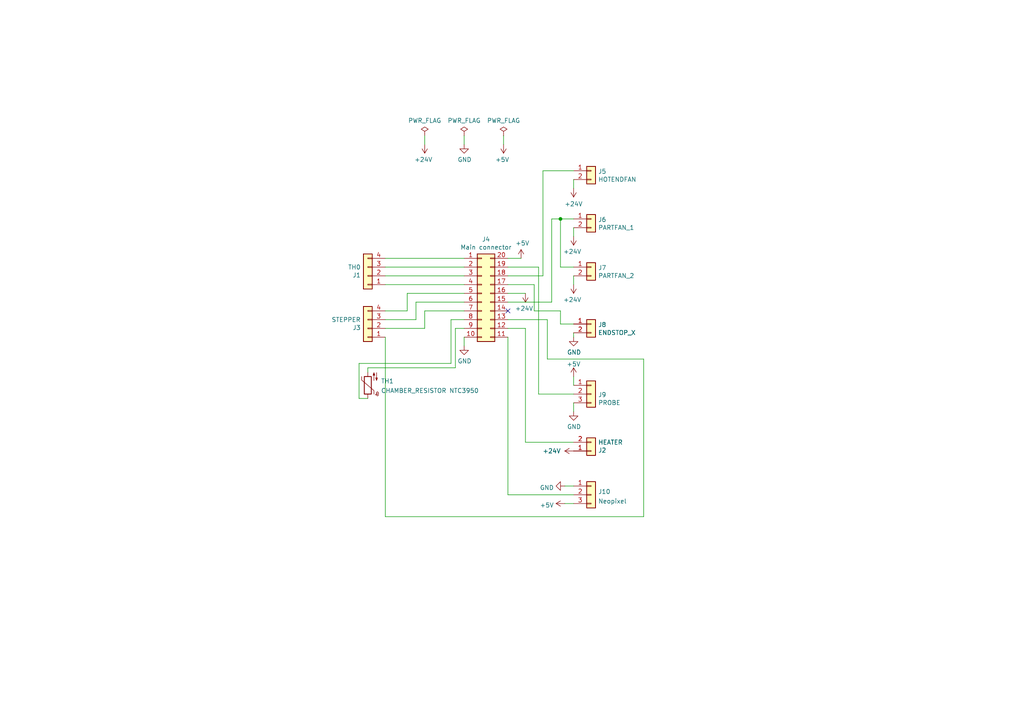
<source format=kicad_sch>
(kicad_sch (version 20211123) (generator eeschema)
  (paper "A4")
  (lib_symbols
    (symbol "Connector_Generic:Conn_01x02" (pin_names (offset 1.016) hide)
      (property "Reference" "J" (at 0 2.54 0))
      (property "Value" "Conn_01x02" (at 0 -5.08 0))
      (symbol "Conn_01x02_1_1"
        (rectangle (start -1.27 -2.413) (end 0 -2.667) (stroke (width 0.1524)))
        (rectangle (start -1.27 0.127) (end 0 -0.127) (stroke (width 0.1524)))
        (rectangle (start -1.27 1.27) (end 1.27 -3.81) (stroke (width 0.254)) (fill (type background)))
        (pin passive line (at -5.08 0 0) (length 3.81) (name "Pin_1") (number "1"))
        (pin passive line (at -5.08 -2.54 0) (length 3.81) (name "Pin_2") (number "2"))
      )
    )
    (symbol "Connector_Generic:Conn_01x03" (pin_names (offset 1.016) hide)
      (property "Reference" "J" (at 0 5.08 0))
      (property "Value" "Conn_01x03" (at 0 -5.08 0))
      (symbol "Conn_01x03_1_1"
        (rectangle (start -1.27 -2.413) (end 0 -2.667) (stroke (width 0.1524)))
        (rectangle (start -1.27 0.127) (end 0 -0.127) (stroke (width 0.1524)))
        (rectangle (start -1.27 2.667) (end 0 2.413) (stroke (width 0.1524)))
        (rectangle (start -1.27 3.81) (end 1.27 -3.81) (stroke (width 0.254)) (fill (type background)))
        (pin passive line (at -5.08 2.54 0) (length 3.81) (name "Pin_1") (number "1"))
        (pin passive line (at -5.08 0 0) (length 3.81) (name "Pin_2") (number "2"))
        (pin passive line (at -5.08 -2.54 0) (length 3.81) (name "Pin_3") (number "3"))
      )
    )
    (symbol "Connector_Generic:Conn_01x04" (pin_names (offset 1.016) hide)
      (property "Reference" "J" (at 0 5.08 0))
      (property "Value" "Conn_01x04" (at 0 -7.62 0))
      (symbol "Conn_01x04_1_1"
        (rectangle (start -1.27 -4.953) (end 0 -5.207) (stroke (width 0.1524)))
        (rectangle (start -1.27 -2.413) (end 0 -2.667) (stroke (width 0.1524)))
        (rectangle (start -1.27 0.127) (end 0 -0.127) (stroke (width 0.1524)))
        (rectangle (start -1.27 2.667) (end 0 2.413) (stroke (width 0.1524)))
        (rectangle (start -1.27 3.81) (end 1.27 -6.35) (stroke (width 0.254)) (fill (type background)))
        (pin passive line (at -5.08 2.54 0) (length 3.81) (name "Pin_1") (number "1"))
        (pin passive line (at -5.08 0 0) (length 3.81) (name "Pin_2") (number "2"))
        (pin passive line (at -5.08 -2.54 0) (length 3.81) (name "Pin_3") (number "3"))
        (pin passive line (at -5.08 -5.08 0) (length 3.81) (name "Pin_4") (number "4"))
      )
    )
    (symbol "Connector_Generic:Conn_02x10_Counter_Clockwise" (pin_names (offset 1.016) hide)
      (property "Reference" "J" (at 1.27 12.7 0))
      (property "Value" "Conn_02x10_Counter_Clockwise" (at 1.27 -15.24 0))
      (symbol "Conn_02x10_Counter_Clockwise_1_1"
        (rectangle (start -1.27 -12.573) (end 0 -12.827) (stroke (width 0.1524)))
        (rectangle (start -1.27 -10.033) (end 0 -10.287) (stroke (width 0.1524)))
        (rectangle (start -1.27 -7.493) (end 0 -7.747) (stroke (width 0.1524)))
        (rectangle (start -1.27 -4.953) (end 0 -5.207) (stroke (width 0.1524)))
        (rectangle (start -1.27 -2.413) (end 0 -2.667) (stroke (width 0.1524)))
        (rectangle (start -1.27 0.127) (end 0 -0.127) (stroke (width 0.1524)))
        (rectangle (start -1.27 2.667) (end 0 2.413) (stroke (width 0.1524)))
        (rectangle (start -1.27 5.207) (end 0 4.953) (stroke (width 0.1524)))
        (rectangle (start -1.27 7.747) (end 0 7.493) (stroke (width 0.1524)))
        (rectangle (start -1.27 10.287) (end 0 10.033) (stroke (width 0.1524)))
        (rectangle (start -1.27 11.43) (end 3.81 -13.97) (stroke (width 0.254)) (fill (type background)))
        (rectangle (start 3.81 -12.573) (end 2.54 -12.827) (stroke (width 0.1524)))
        (rectangle (start 3.81 -10.033) (end 2.54 -10.287) (stroke (width 0.1524)))
        (rectangle (start 3.81 -7.493) (end 2.54 -7.747) (stroke (width 0.1524)))
        (rectangle (start 3.81 -4.953) (end 2.54 -5.207) (stroke (width 0.1524)))
        (rectangle (start 3.81 -2.413) (end 2.54 -2.667) (stroke (width 0.1524)))
        (rectangle (start 3.81 0.127) (end 2.54 -0.127) (stroke (width 0.1524)))
        (rectangle (start 3.81 2.667) (end 2.54 2.413) (stroke (width 0.1524)))
        (rectangle (start 3.81 5.207) (end 2.54 4.953) (stroke (width 0.1524)))
        (rectangle (start 3.81 7.747) (end 2.54 7.493) (stroke (width 0.1524)))
        (rectangle (start 3.81 10.287) (end 2.54 10.033) (stroke (width 0.1524)))
        (pin passive line (at -5.08 10.16 0) (length 3.81) (name "Pin_1") (number "1"))
        (pin passive line (at -5.08 -12.7 0) (length 3.81) (name "Pin_10") (number "10"))
        (pin passive line (at 7.62 -12.7 180) (length 3.81) (name "Pin_11") (number "11"))
        (pin passive line (at 7.62 -10.16 180) (length 3.81) (name "Pin_12") (number "12"))
        (pin passive line (at 7.62 -7.62 180) (length 3.81) (name "Pin_13") (number "13"))
        (pin passive line (at 7.62 -5.08 180) (length 3.81) (name "Pin_14") (number "14"))
        (pin passive line (at 7.62 -2.54 180) (length 3.81) (name "Pin_15") (number "15"))
        (pin passive line (at 7.62 0 180) (length 3.81) (name "Pin_16") (number "16"))
        (pin passive line (at 7.62 2.54 180) (length 3.81) (name "Pin_17") (number "17"))
        (pin passive line (at 7.62 5.08 180) (length 3.81) (name "Pin_18") (number "18"))
        (pin passive line (at 7.62 7.62 180) (length 3.81) (name "Pin_19") (number "19"))
        (pin passive line (at -5.08 7.62 0) (length 3.81) (name "Pin_2") (number "2"))
        (pin passive line (at 7.62 10.16 180) (length 3.81) (name "Pin_20") (number "20"))
        (pin passive line (at -5.08 5.08 0) (length 3.81) (name "Pin_3") (number "3"))
        (pin passive line (at -5.08 2.54 0) (length 3.81) (name "Pin_4") (number "4"))
        (pin passive line (at -5.08 0 0) (length 3.81) (name "Pin_5") (number "5"))
        (pin passive line (at -5.08 -2.54 0) (length 3.81) (name "Pin_6") (number "6"))
        (pin passive line (at -5.08 -5.08 0) (length 3.81) (name "Pin_7") (number "7"))
        (pin passive line (at -5.08 -7.62 0) (length 3.81) (name "Pin_8") (number "8"))
        (pin passive line (at -5.08 -10.16 0) (length 3.81) (name "Pin_9") (number "9"))
      )
    )
    (symbol "Device:Thermistor_NTC" (pin_numbers hide) (pin_names (offset 0))
      (property "Reference" "TH" (at -4.445 0 90))
      (property "Value" "Thermistor_NTC" (at 3.175 0 90))
      (symbol "Thermistor_NTC_0_1"
        (arc (start -3.048 2.159) (mid -3.0505 2.3165) (end -3.175 2.413))
        (arc (start -3.048 2.159) (mid -2.9736 1.9794) (end -2.794 1.905))
        (arc (start -3.048 2.794) (mid -2.9736 2.6144) (end -2.794 2.54))
        (arc (start -2.794 1.905) (mid -2.6144 1.9794) (end -2.54 2.159))
        (arc (start -2.794 2.54) (mid -2.434 2.5608) (end -2.159 2.794))
        (arc (start -2.794 3.048) (mid -2.9736 2.9736) (end -3.048 2.794))
        (arc (start -2.54 2.794) (mid -2.6144 2.9736) (end -2.794 3.048))
        (rectangle (start -1.016 2.54) (end 1.016 -2.54) (stroke (width 0.254)))
        (polyline (pts (xy -2.54 2.159) (xy -2.54 2.794)))
        (polyline (pts (xy -1.778 2.54) (xy -1.778 1.524) (xy 1.778 -1.524) (xy 1.778 -2.54)))
        (polyline (pts (xy -2.54 -3.683) (xy -2.54 -1.397) (xy -2.794 -2.159) (xy -2.286 -2.159) (xy -2.54 -1.397) (xy -2.54 -1.651)) (fill (type outline)))
        (polyline (pts (xy -1.778 -1.397) (xy -1.778 -3.683) (xy -2.032 -2.921) (xy -1.524 -2.921) (xy -1.778 -3.683) (xy -1.778 -3.429)) (fill (type outline)))
      )
      (symbol "Thermistor_NTC_1_1"
        (pin passive line (at 0 3.81 270) (length 1.27) (name "~") (number "1"))
        (pin passive line (at 0 -3.81 90) (length 1.27) (name "~") (number "2"))
      )
    )
    (symbol "power:+24V" (power) (pin_names (offset 0))
      (property "Value" "+24V" (at 0 3.556 0))
      (symbol "+24V_0_1"
        (polyline (pts (xy -0.762 1.27) (xy 0 2.54)))
        (polyline (pts (xy 0 0) (xy 0 2.54)))
        (polyline (pts (xy 0 2.54) (xy 0.762 1.27)))
      )
      (symbol "+24V_1_1"
        (pin power_in line (at 0 0 90) (length 0) hide (name "+24V") (number "1"))
      )
    )
    (symbol "power:+5V" (power) (pin_names (offset 0))
      (property "Value" "+5V" (at 0 3.556 0))
      (symbol "+5V_0_1"
        (polyline (pts (xy -0.762 1.27) (xy 0 2.54)))
        (polyline (pts (xy 0 0) (xy 0 2.54)))
        (polyline (pts (xy 0 2.54) (xy 0.762 1.27)))
      )
      (symbol "+5V_1_1"
        (pin power_in line (at 0 0 90) (length 0) hide (name "+5V") (number "1"))
      )
    )
    (symbol "power:GND" (power) (pin_names (offset 0))
      (property "Value" "GND" (at 0 -3.81 0))
      (symbol "GND_0_1"
        (polyline (pts (xy 0 0) (xy 0 -1.27) (xy 1.27 -1.27) (xy 0 -2.54) (xy -1.27 -1.27) (xy 0 -1.27)))
      )
      (symbol "GND_1_1"
        (pin power_in line (at 0 0 270) (length 0) hide (name "GND") (number "1"))
      )
    )
    (symbol "power:PWR_FLAG" (power) (pin_numbers hide) (pin_names (offset 0) hide)
      (property "Value" "PWR_FLAG" (at 0 3.81 0))
      (symbol "PWR_FLAG_0_0"
        (pin power_out line (at 0 0 90) (length 0) (name "pwr") (number "1"))
      )
      (symbol "PWR_FLAG_0_1"
        (polyline (pts (xy 0 0) (xy 0 1.27) (xy -1.016 1.905) (xy 0 2.54) (xy 1.016 1.905) (xy 0 1.27)))
      )
    )
  )
  (junction (at 162.56 63.5))
  (no_connect (at 147.32 90.17))
  (wire (pts (xy 111.76 80.01) (xy 134.62 80.01)))
  (wire (pts (xy 132.08 106.68) (xy 132.08 95.25)))
  (wire (pts (xy 156.21 114.3) (xy 166.37 114.3)))
  (wire (pts (xy 130.81 105.41) (xy 104.14 105.41)))
  (wire (pts (xy 111.76 82.55) (xy 134.62 82.55)))
  (wire (pts (xy 154.94 82.55) (xy 147.32 82.55)))
  (wire (pts (xy 157.48 49.53) (xy 157.48 80.01)))
  (wire (pts (xy 163.83 146.05) (xy 166.37 146.05)))
  (wire (pts (xy 186.69 149.86) (xy 111.76 149.86)))
  (wire (pts (xy 166.37 63.5) (xy 162.56 63.5)))
  (wire (pts (xy 147.32 77.47) (xy 156.21 77.47)))
  (wire (pts (xy 166.37 116.84) (xy 166.37 119.38)))
  (wire (pts (xy 104.14 105.41) (xy 104.14 115.57)))
  (wire (pts (xy 146.05 41.91) (xy 146.05 39.37)))
  (wire (pts (xy 123.19 90.17) (xy 134.62 90.17)))
  (wire (pts (xy 162.56 93.98) (xy 162.56 90.17)))
  (wire (pts (xy 111.76 92.71) (xy 120.65 92.71)))
  (wire (pts (xy 163.83 140.97) (xy 166.37 140.97)))
  (wire (pts (xy 152.4 95.25) (xy 152.4 128.27)))
  (wire (pts (xy 111.76 95.25) (xy 123.19 95.25)))
  (wire (pts (xy 111.76 90.17) (xy 118.11 90.17)))
  (wire (pts (xy 158.75 104.14) (xy 158.75 92.71)))
  (wire (pts (xy 160.02 63.5) (xy 160.02 87.63)))
  (wire (pts (xy 166.37 49.53) (xy 157.48 49.53)))
  (wire (pts (xy 166.37 97.79) (xy 166.37 96.52)))
  (wire (pts (xy 166.37 82.55) (xy 166.37 80.01)))
  (wire (pts (xy 120.65 92.71) (xy 120.65 87.63)))
  (wire (pts (xy 157.48 80.01) (xy 147.32 80.01)))
  (wire (pts (xy 186.69 104.14) (xy 186.69 149.86)))
  (wire (pts (xy 162.56 63.5) (xy 160.02 63.5)))
  (wire (pts (xy 134.62 41.91) (xy 134.62 39.37)))
  (wire (pts (xy 134.62 92.71) (xy 130.81 92.71)))
  (wire (pts (xy 130.81 92.71) (xy 130.81 105.41)))
  (wire (pts (xy 158.75 104.14) (xy 186.69 104.14)))
  (wire (pts (xy 166.37 93.98) (xy 162.56 93.98)))
  (wire (pts (xy 147.32 95.25) (xy 152.4 95.25)))
  (wire (pts (xy 104.14 115.57) (xy 106.68 115.57)))
  (wire (pts (xy 111.76 74.93) (xy 134.62 74.93)))
  (wire (pts (xy 152.4 128.27) (xy 166.37 128.27)))
  (wire (pts (xy 111.76 97.79) (xy 111.76 149.86)))
  (wire (pts (xy 134.62 97.79) (xy 134.62 100.33)))
  (wire (pts (xy 118.11 85.09) (xy 134.62 85.09)))
  (wire (pts (xy 162.56 90.17) (xy 154.94 90.17)))
  (wire (pts (xy 106.68 106.68) (xy 132.08 106.68)))
  (wire (pts (xy 160.02 87.63) (xy 147.32 87.63)))
  (wire (pts (xy 162.56 63.5) (xy 162.56 77.47)))
  (wire (pts (xy 166.37 109.22) (xy 166.37 111.76)))
  (wire (pts (xy 106.68 107.95) (xy 106.68 106.68)))
  (wire (pts (xy 166.37 143.51) (xy 147.32 143.51)))
  (wire (pts (xy 154.94 90.17) (xy 154.94 82.55)))
  (wire (pts (xy 166.37 77.47) (xy 162.56 77.47)))
  (wire (pts (xy 147.32 85.09) (xy 152.4 85.09)))
  (wire (pts (xy 158.75 92.71) (xy 147.32 92.71)))
  (wire (pts (xy 147.32 143.51) (xy 147.32 97.79)))
  (wire (pts (xy 166.37 68.58) (xy 166.37 66.04)))
  (wire (pts (xy 120.65 87.63) (xy 134.62 87.63)))
  (wire (pts (xy 166.37 54.61) (xy 166.37 52.07)))
  (wire (pts (xy 111.76 77.47) (xy 134.62 77.47)))
  (wire (pts (xy 123.19 95.25) (xy 123.19 90.17)))
  (wire (pts (xy 147.32 74.93) (xy 151.13 74.93)))
  (wire (pts (xy 156.21 114.3) (xy 156.21 77.47)))
  (wire (pts (xy 118.11 90.17) (xy 118.11 85.09)))
  (wire (pts (xy 132.08 95.25) (xy 134.62 95.25)))
  (wire (pts (xy 123.19 41.91) (xy 123.19 39.37)))
  (symbol (lib_id "Connector_Generic:Conn_02x10_Counter_Clockwise") (at 139.7 85.09 0) (unit 1)
    (property "Reference" "J4" (at 140.97 69.4182 0))
    (property "Value" "Main connector" (at 140.97 71.7296 0))
    (property "Footprint" "Connector_Molex:Molex_Micro-Fit_3.0_43045-2000_2x10_P3.00mm_Horizontal" (effects hide))
  )
  (symbol (lib_id "Connector_Generic:Conn_01x02") (at 171.45 130.81 0) (mirror x) (unit 1)
    (property "Reference" "J2" (at 173.482 130.6068 0) (effects (justify left)))
    (property "Value" "HEATER" (at 173.482 128.2954 0) (effects (justify left)))
    (property "Footprint" "Connector_Molex:Molex_Micro-Fit_3.0_43650-0200_1x02_P3.00mm_Horizontal" (effects hide))
  )
  (symbol (lib_id "Connector_Generic:Conn_01x04") (at 106.68 80.01 180) (unit 1)
    (property "Reference" "J1" (at 104.648 79.8068 0) (effects (justify left)))
    (property "Value" "TH0" (at 104.648 77.4954 0) (effects (justify left)))
    (property "Footprint" "Connector_JST:JST_PH_B4B-PH-K_1x04_P2.00mm_Vertical" (effects hide))
  )
  (symbol (lib_id "Connector_Generic:Conn_01x02") (at 171.45 63.5 0) (unit 1)
    (property "Reference" "J6" (at 173.482 63.7032 0) (effects (justify left)))
    (property "Value" "PARTFAN_1" (at 173.482 66.0146 0) (effects (justify left)))
    (property "Footprint" "Connector_JST:JST_PH_S2B-PH-K_1x02_P2.00mm_Horizontal" (effects hide))
  )
  (symbol (lib_id "Connector_Generic:Conn_01x02") (at 171.45 77.47 0) (unit 1)
    (property "Reference" "J7" (at 173.482 77.6732 0) (effects (justify left)))
    (property "Value" "PARTFAN_2" (at 173.482 79.9846 0) (effects (justify left)))
    (property "Footprint" "Connector_JST:JST_PH_B2B-PH-K_1x02_P2.00mm_Vertical" (effects hide))
  )
  (symbol (lib_id "Connector_Generic:Conn_01x02") (at 171.45 49.53 0) (unit 1)
    (property "Reference" "J5" (at 173.482 49.7332 0) (effects (justify left)))
    (property "Value" "HOTENDFAN" (at 173.482 52.0446 0) (effects (justify left)))
    (property "Footprint" "Connector_JST:JST_PH_S2B-PH-K_1x02_P2.00mm_Horizontal" (effects hide))
  )
  (symbol (lib_id "Connector_Generic:Conn_01x02") (at 171.45 93.98 0) (unit 1)
    (property "Reference" "J8" (at 173.482 94.1832 0) (effects (justify left)))
    (property "Value" "ENDSTOP_X" (at 173.482 96.4946 0) (effects (justify left)))
    (property "Footprint" "Connector_JST:JST_PH_S2B-PH-K_1x02_P2.00mm_Horizontal" (effects hide))
  )
  (symbol (lib_id "Connector_Generic:Conn_01x03") (at 171.45 114.3 0) (unit 1)
    (property "Reference" "J9" (at 173.482 114.5032 0) (effects (justify left)))
    (property "Value" "PROBE" (at 173.482 116.8146 0) (effects (justify left)))
    (property "Footprint" "Connector_JST:JST_PH_S3B-PH-K_1x03_P2.00mm_Horizontal" (effects hide))
  )
  (symbol (lib_id "Connector_Generic:Conn_01x04") (at 106.68 95.25 180) (unit 1)
    (property "Reference" "J3" (at 104.648 95.0468 0) (effects (justify left)))
    (property "Value" "STEPPER" (at 104.648 92.7354 0) (effects (justify left)))
    (property "Footprint" "Connector_JST:JST_PH_B4B-PH-K_1x04_P2.00mm_Vertical" (effects hide))
  )
  (symbol (lib_id "power:+5V") (at 151.13 74.93 0) (unit 1)
    (property "Reference" "#PWR02" (effects hide))
    (property "Value" "+5V" (at 151.511 70.5358 0))
  )
  (symbol (lib_id "power:+24V") (at 152.4 85.09 180) (unit 1)
    (property "Reference" "#PWR03" (effects hide))
    (property "Value" "+24V" (at 152.019 89.4842 0))
  )
  (symbol (lib_id "power:+24V") (at 166.37 68.58 180) (unit 1)
    (property "Reference" "#PWR06" (effects hide))
    (property "Value" "+24V" (at 165.989 72.9742 0))
  )
  (symbol (lib_id "power:+24V") (at 166.37 82.55 180) (unit 1)
    (property "Reference" "#PWR07" (effects hide))
    (property "Value" "+24V" (at 165.989 86.9442 0))
  )
  (symbol (lib_id "power:GND") (at 134.62 100.33 0) (unit 1)
    (property "Reference" "#PWR04" (effects hide))
    (property "Value" "GND" (at 134.747 104.7242 0))
  )
  (symbol (lib_id "power:GND") (at 166.37 97.79 0) (unit 1)
    (property "Reference" "#PWR08" (effects hide))
    (property "Value" "GND" (at 166.497 102.1842 0))
  )
  (symbol (lib_id "power:GND") (at 166.37 119.38 0) (unit 1)
    (property "Reference" "#PWR09" (effects hide))
    (property "Value" "GND" (at 166.497 123.7742 0))
  )
  (symbol (lib_id "power:+24V") (at 166.37 130.81 90) (unit 1)
    (property "Reference" "#PWR0105" (effects hide))
    (property "Value" "+24V" (at 160.02 130.81 90))
  )
  (symbol (lib_id "power:PWR_FLAG") (at 123.19 39.37 0) (unit 1)
    (property "Reference" "#FLG0101" (effects hide))
    (property "Value" "PWR_FLAG" (at 123.19 34.9758 0))
  )
  (symbol (lib_id "power:PWR_FLAG") (at 134.62 39.37 0) (unit 1)
    (property "Reference" "#FLG0102" (effects hide))
    (property "Value" "PWR_FLAG" (at 134.62 34.9758 0))
  )
  (symbol (lib_id "power:+24V") (at 123.19 41.91 180) (unit 1)
    (property "Reference" "#PWR0101" (effects hide))
    (property "Value" "+24V" (at 122.809 46.3042 0))
  )
  (symbol (lib_id "power:GND") (at 134.62 41.91 0) (unit 1)
    (property "Reference" "#PWR0102" (effects hide))
    (property "Value" "GND" (at 134.747 46.3042 0))
  )
  (symbol (lib_id "power:PWR_FLAG") (at 146.05 39.37 0) (unit 1)
    (property "Reference" "#FLG0103" (effects hide))
    (property "Value" "PWR_FLAG" (at 146.05 34.9758 0))
  )
  (symbol (lib_id "power:+5V") (at 146.05 41.91 180) (unit 1)
    (property "Reference" "#PWR0103" (effects hide))
    (property "Value" "+5V" (at 145.669 46.3042 0))
  )
  (symbol (lib_id "power:+5V") (at 166.37 109.22 0) (unit 1)
    (property "Reference" "#PWR0104" (effects hide))
    (property "Value" "+5V" (at 166.37 105.6155 0))
  )
  (symbol (lib_id "power:GND") (at 163.83 140.97 270) (unit 1)
    (property "Reference" "#PWR0108" (effects hide))
    (property "Value" "GND" (at 160.6551 141.449 90) (effects (justify right)))
  )
  (symbol (lib_id "Connector_Generic:Conn_01x03") (at 171.45 143.51 0) (unit 1)
    (property "Reference" "J10" (at 173.482 142.6015 0) (effects (justify left)))
    (property "Value" "Neopixel" (at 173.482 145.3766 0) (effects (justify left)))
    (property "Footprint" "Connector_JST:JST_PH_S3B-PH-K_1x03_P2.00mm_Horizontal" (effects hide))
  )
  (symbol (lib_id "power:+24V") (at 166.37 54.61 180) (unit 1)
    (property "Reference" "#PWR0106" (effects hide))
    (property "Value" "+24V" (at 166.37 59.1725 0))
  )
  (symbol (lib_id "Device:Thermistor_NTC") (at 106.68 111.76 180) (unit 1)
    (property "Reference" "TH1" (at 110.49 110.534 0) (effects (justify right)))
    (property "Value" "CHAMBER_RESISTOR NTC3950" (at 110.49 113.3091 0) (effects (justify right)))
    (property "Footprint" "Diode_THT:D_A-405_P7.62mm_Horizontal" (effects hide))
  )
  (symbol (lib_id "power:+5V") (at 163.83 146.05 90) (unit 1)
    (property "Reference" "#PWR0107" (effects hide))
    (property "Value" "+5V" (at 160.6551 146.529 90) (effects (justify left)))
  )
)
</source>
